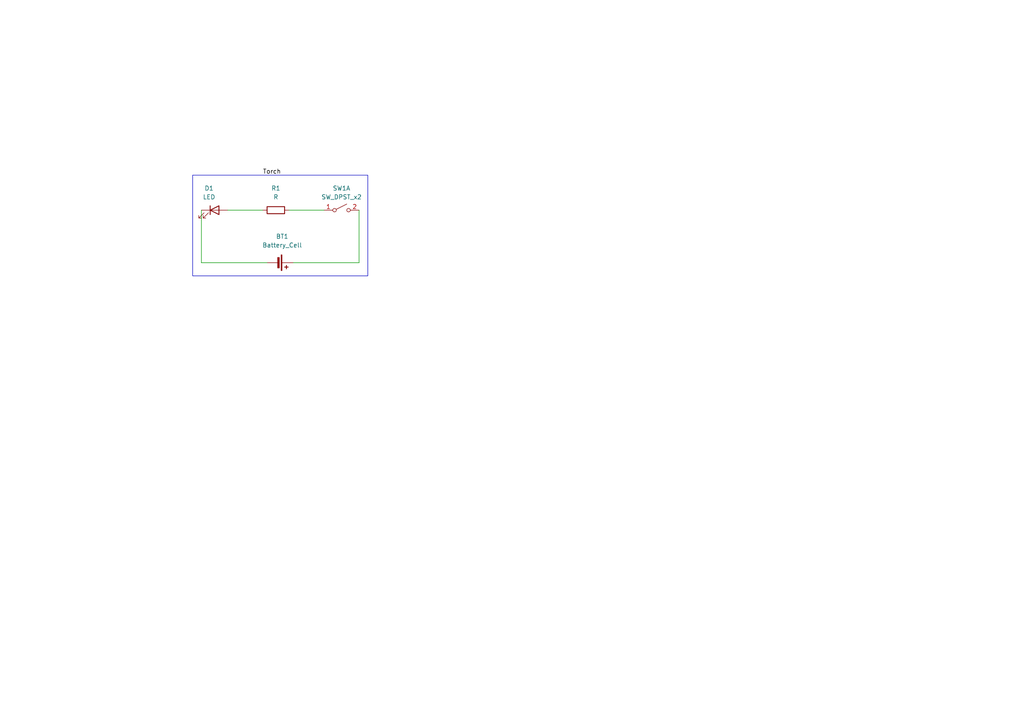
<source format=kicad_sch>
(kicad_sch
	(version 20231120)
	(generator "eeschema")
	(generator_version "8.0")
	(uuid "a7eb9cc8-b5bd-475f-a5c6-c905c91944e2")
	(paper "A4")
	(lib_symbols
		(symbol "Device:Battery_Cell"
			(pin_numbers hide)
			(pin_names
				(offset 0) hide)
			(exclude_from_sim no)
			(in_bom yes)
			(on_board yes)
			(property "Reference" "BT"
				(at 2.54 2.54 0)
				(effects
					(font
						(size 1.27 1.27)
					)
					(justify left)
				)
			)
			(property "Value" "Battery_Cell"
				(at 2.54 0 0)
				(effects
					(font
						(size 1.27 1.27)
					)
					(justify left)
				)
			)
			(property "Footprint" ""
				(at 0 1.524 90)
				(effects
					(font
						(size 1.27 1.27)
					)
					(hide yes)
				)
			)
			(property "Datasheet" "~"
				(at 0 1.524 90)
				(effects
					(font
						(size 1.27 1.27)
					)
					(hide yes)
				)
			)
			(property "Description" "Single-cell battery"
				(at 0 0 0)
				(effects
					(font
						(size 1.27 1.27)
					)
					(hide yes)
				)
			)
			(property "ki_keywords" "battery cell"
				(at 0 0 0)
				(effects
					(font
						(size 1.27 1.27)
					)
					(hide yes)
				)
			)
			(symbol "Battery_Cell_0_1"
				(rectangle
					(start -2.286 1.778)
					(end 2.286 1.524)
					(stroke
						(width 0)
						(type default)
					)
					(fill
						(type outline)
					)
				)
				(rectangle
					(start -1.524 1.016)
					(end 1.524 0.508)
					(stroke
						(width 0)
						(type default)
					)
					(fill
						(type outline)
					)
				)
				(polyline
					(pts
						(xy 0 0.762) (xy 0 0)
					)
					(stroke
						(width 0)
						(type default)
					)
					(fill
						(type none)
					)
				)
				(polyline
					(pts
						(xy 0 1.778) (xy 0 2.54)
					)
					(stroke
						(width 0)
						(type default)
					)
					(fill
						(type none)
					)
				)
				(polyline
					(pts
						(xy 0.762 3.048) (xy 1.778 3.048)
					)
					(stroke
						(width 0.254)
						(type default)
					)
					(fill
						(type none)
					)
				)
				(polyline
					(pts
						(xy 1.27 3.556) (xy 1.27 2.54)
					)
					(stroke
						(width 0.254)
						(type default)
					)
					(fill
						(type none)
					)
				)
			)
			(symbol "Battery_Cell_1_1"
				(pin passive line
					(at 0 5.08 270)
					(length 2.54)
					(name "+"
						(effects
							(font
								(size 1.27 1.27)
							)
						)
					)
					(number "1"
						(effects
							(font
								(size 1.27 1.27)
							)
						)
					)
				)
				(pin passive line
					(at 0 -2.54 90)
					(length 2.54)
					(name "-"
						(effects
							(font
								(size 1.27 1.27)
							)
						)
					)
					(number "2"
						(effects
							(font
								(size 1.27 1.27)
							)
						)
					)
				)
			)
		)
		(symbol "Device:LED"
			(pin_numbers hide)
			(pin_names
				(offset 1.016) hide)
			(exclude_from_sim no)
			(in_bom yes)
			(on_board yes)
			(property "Reference" "D"
				(at 0 2.54 0)
				(effects
					(font
						(size 1.27 1.27)
					)
				)
			)
			(property "Value" "LED"
				(at 0 -2.54 0)
				(effects
					(font
						(size 1.27 1.27)
					)
				)
			)
			(property "Footprint" ""
				(at 0 0 0)
				(effects
					(font
						(size 1.27 1.27)
					)
					(hide yes)
				)
			)
			(property "Datasheet" "~"
				(at 0 0 0)
				(effects
					(font
						(size 1.27 1.27)
					)
					(hide yes)
				)
			)
			(property "Description" "Light emitting diode"
				(at 0 0 0)
				(effects
					(font
						(size 1.27 1.27)
					)
					(hide yes)
				)
			)
			(property "ki_keywords" "LED diode"
				(at 0 0 0)
				(effects
					(font
						(size 1.27 1.27)
					)
					(hide yes)
				)
			)
			(property "ki_fp_filters" "LED* LED_SMD:* LED_THT:*"
				(at 0 0 0)
				(effects
					(font
						(size 1.27 1.27)
					)
					(hide yes)
				)
			)
			(symbol "LED_0_1"
				(polyline
					(pts
						(xy -1.27 -1.27) (xy -1.27 1.27)
					)
					(stroke
						(width 0.254)
						(type default)
					)
					(fill
						(type none)
					)
				)
				(polyline
					(pts
						(xy -1.27 0) (xy 1.27 0)
					)
					(stroke
						(width 0)
						(type default)
					)
					(fill
						(type none)
					)
				)
				(polyline
					(pts
						(xy 1.27 -1.27) (xy 1.27 1.27) (xy -1.27 0) (xy 1.27 -1.27)
					)
					(stroke
						(width 0.254)
						(type default)
					)
					(fill
						(type none)
					)
				)
				(polyline
					(pts
						(xy -3.048 -0.762) (xy -4.572 -2.286) (xy -3.81 -2.286) (xy -4.572 -2.286) (xy -4.572 -1.524)
					)
					(stroke
						(width 0)
						(type default)
					)
					(fill
						(type none)
					)
				)
				(polyline
					(pts
						(xy -1.778 -0.762) (xy -3.302 -2.286) (xy -2.54 -2.286) (xy -3.302 -2.286) (xy -3.302 -1.524)
					)
					(stroke
						(width 0)
						(type default)
					)
					(fill
						(type none)
					)
				)
			)
			(symbol "LED_1_1"
				(pin passive line
					(at -3.81 0 0)
					(length 2.54)
					(name "K"
						(effects
							(font
								(size 1.27 1.27)
							)
						)
					)
					(number "1"
						(effects
							(font
								(size 1.27 1.27)
							)
						)
					)
				)
				(pin passive line
					(at 3.81 0 180)
					(length 2.54)
					(name "A"
						(effects
							(font
								(size 1.27 1.27)
							)
						)
					)
					(number "2"
						(effects
							(font
								(size 1.27 1.27)
							)
						)
					)
				)
			)
		)
		(symbol "Device:R"
			(pin_numbers hide)
			(pin_names
				(offset 0)
			)
			(exclude_from_sim no)
			(in_bom yes)
			(on_board yes)
			(property "Reference" "R"
				(at 2.032 0 90)
				(effects
					(font
						(size 1.27 1.27)
					)
				)
			)
			(property "Value" "R"
				(at 0 0 90)
				(effects
					(font
						(size 1.27 1.27)
					)
				)
			)
			(property "Footprint" ""
				(at -1.778 0 90)
				(effects
					(font
						(size 1.27 1.27)
					)
					(hide yes)
				)
			)
			(property "Datasheet" "~"
				(at 0 0 0)
				(effects
					(font
						(size 1.27 1.27)
					)
					(hide yes)
				)
			)
			(property "Description" "Resistor"
				(at 0 0 0)
				(effects
					(font
						(size 1.27 1.27)
					)
					(hide yes)
				)
			)
			(property "ki_keywords" "R res resistor"
				(at 0 0 0)
				(effects
					(font
						(size 1.27 1.27)
					)
					(hide yes)
				)
			)
			(property "ki_fp_filters" "R_*"
				(at 0 0 0)
				(effects
					(font
						(size 1.27 1.27)
					)
					(hide yes)
				)
			)
			(symbol "R_0_1"
				(rectangle
					(start -1.016 -2.54)
					(end 1.016 2.54)
					(stroke
						(width 0.254)
						(type default)
					)
					(fill
						(type none)
					)
				)
			)
			(symbol "R_1_1"
				(pin passive line
					(at 0 3.81 270)
					(length 1.27)
					(name "~"
						(effects
							(font
								(size 1.27 1.27)
							)
						)
					)
					(number "1"
						(effects
							(font
								(size 1.27 1.27)
							)
						)
					)
				)
				(pin passive line
					(at 0 -3.81 90)
					(length 1.27)
					(name "~"
						(effects
							(font
								(size 1.27 1.27)
							)
						)
					)
					(number "2"
						(effects
							(font
								(size 1.27 1.27)
							)
						)
					)
				)
			)
		)
		(symbol "Switch:SW_DPST_x2"
			(pin_names
				(offset 0) hide)
			(exclude_from_sim no)
			(in_bom yes)
			(on_board yes)
			(property "Reference" "SW"
				(at 0 3.175 0)
				(effects
					(font
						(size 1.27 1.27)
					)
				)
			)
			(property "Value" "SW_DPST_x2"
				(at 0 -2.54 0)
				(effects
					(font
						(size 1.27 1.27)
					)
				)
			)
			(property "Footprint" ""
				(at 0 0 0)
				(effects
					(font
						(size 1.27 1.27)
					)
					(hide yes)
				)
			)
			(property "Datasheet" "~"
				(at 0 0 0)
				(effects
					(font
						(size 1.27 1.27)
					)
					(hide yes)
				)
			)
			(property "Description" "Single Pole Single Throw (SPST) switch, separate symbol"
				(at 0 0 0)
				(effects
					(font
						(size 1.27 1.27)
					)
					(hide yes)
				)
			)
			(property "ki_keywords" "switch lever"
				(at 0 0 0)
				(effects
					(font
						(size 1.27 1.27)
					)
					(hide yes)
				)
			)
			(symbol "SW_DPST_x2_0_0"
				(circle
					(center -2.032 0)
					(radius 0.508)
					(stroke
						(width 0)
						(type default)
					)
					(fill
						(type none)
					)
				)
				(polyline
					(pts
						(xy -1.524 0.254) (xy 1.524 1.778)
					)
					(stroke
						(width 0)
						(type default)
					)
					(fill
						(type none)
					)
				)
				(circle
					(center 2.032 0)
					(radius 0.508)
					(stroke
						(width 0)
						(type default)
					)
					(fill
						(type none)
					)
				)
			)
			(symbol "SW_DPST_x2_1_1"
				(pin passive line
					(at -5.08 0 0)
					(length 2.54)
					(name "A"
						(effects
							(font
								(size 1.27 1.27)
							)
						)
					)
					(number "1"
						(effects
							(font
								(size 1.27 1.27)
							)
						)
					)
				)
				(pin passive line
					(at 5.08 0 180)
					(length 2.54)
					(name "B"
						(effects
							(font
								(size 1.27 1.27)
							)
						)
					)
					(number "2"
						(effects
							(font
								(size 1.27 1.27)
							)
						)
					)
				)
			)
			(symbol "SW_DPST_x2_2_1"
				(pin passive line
					(at -5.08 0 0)
					(length 2.54)
					(name "A"
						(effects
							(font
								(size 1.27 1.27)
							)
						)
					)
					(number "3"
						(effects
							(font
								(size 1.27 1.27)
							)
						)
					)
				)
				(pin passive line
					(at 5.08 0 180)
					(length 2.54)
					(name "B"
						(effects
							(font
								(size 1.27 1.27)
							)
						)
					)
					(number "4"
						(effects
							(font
								(size 1.27 1.27)
							)
						)
					)
				)
			)
		)
	)
	(wire
		(pts
			(xy 83.82 60.96) (xy 93.98 60.96)
		)
		(stroke
			(width 0)
			(type default)
		)
		(uuid "121f30d5-2145-4017-9179-39f088725e47")
	)
	(wire
		(pts
			(xy 58.42 60.96) (xy 58.42 76.2)
		)
		(stroke
			(width 0)
			(type default)
		)
		(uuid "33b65e05-126e-4929-ac26-f36ebbef5328")
	)
	(wire
		(pts
			(xy 104.14 76.2) (xy 85.09 76.2)
		)
		(stroke
			(width 0)
			(type default)
		)
		(uuid "47e467ed-1fa6-4f52-99b3-59a0b3ce830a")
	)
	(wire
		(pts
			(xy 66.04 60.96) (xy 76.2 60.96)
		)
		(stroke
			(width 0)
			(type default)
		)
		(uuid "b58fcf9d-f4f7-4474-8bb4-43b4b04625b2")
	)
	(wire
		(pts
			(xy 104.14 60.96) (xy 104.14 76.2)
		)
		(stroke
			(width 0)
			(type default)
		)
		(uuid "bce92f22-8cad-43f1-bcbd-4a760a245ea2")
	)
	(wire
		(pts
			(xy 58.42 76.2) (xy 77.47 76.2)
		)
		(stroke
			(width 0)
			(type default)
		)
		(uuid "ed5c043e-73f4-4ec2-81a0-6d92a7ed06f7")
	)
	(rectangle
		(start 55.88 50.8)
		(end 106.68 80.01)
		(stroke
			(width 0)
			(type default)
		)
		(fill
			(type none)
		)
		(uuid cf04c6c1-9246-4fc9-8812-a675c8420cad)
	)
	(label "Torch"
		(at 76.2 50.8 0)
		(fields_autoplaced yes)
		(effects
			(font
				(size 1.27 1.27)
			)
			(justify left bottom)
		)
		(uuid "ebbd52d5-fb83-45ea-81a4-16192411db64")
	)
	(symbol
		(lib_id "Device:Battery_Cell")
		(at 80.01 76.2 270)
		(unit 1)
		(exclude_from_sim no)
		(in_bom yes)
		(on_board yes)
		(dnp no)
		(fields_autoplaced yes)
		(uuid "168b7550-35d3-4f78-a04f-d4c9be3c0810")
		(property "Reference" "BT1"
			(at 81.8515 68.58 90)
			(effects
				(font
					(size 1.27 1.27)
				)
			)
		)
		(property "Value" "Battery_Cell"
			(at 81.8515 71.12 90)
			(effects
				(font
					(size 1.27 1.27)
				)
			)
		)
		(property "Footprint" "Battery:BatteryHolder_Keystone_1058_1x2032"
			(at 81.534 76.2 90)
			(effects
				(font
					(size 1.27 1.27)
				)
				(hide yes)
			)
		)
		(property "Datasheet" "~"
			(at 81.534 76.2 90)
			(effects
				(font
					(size 1.27 1.27)
				)
				(hide yes)
			)
		)
		(property "Description" "Single-cell battery"
			(at 80.01 76.2 0)
			(effects
				(font
					(size 1.27 1.27)
				)
				(hide yes)
			)
		)
		(pin "1"
			(uuid "49759038-a815-4c6c-930c-b87cc5f89db0")
		)
		(pin "2"
			(uuid "d2a039a1-32da-41b6-99c6-3533a0a35b68")
		)
		(instances
			(project ""
				(path "/a7eb9cc8-b5bd-475f-a5c6-c905c91944e2"
					(reference "BT1")
					(unit 1)
				)
			)
		)
	)
	(symbol
		(lib_id "Device:LED")
		(at 62.23 60.96 0)
		(unit 1)
		(exclude_from_sim no)
		(in_bom yes)
		(on_board yes)
		(dnp no)
		(fields_autoplaced yes)
		(uuid "3b91a1f5-fb0e-4683-8c31-593905061710")
		(property "Reference" "D1"
			(at 60.6425 54.61 0)
			(effects
				(font
					(size 1.27 1.27)
				)
			)
		)
		(property "Value" "LED"
			(at 60.6425 57.15 0)
			(effects
				(font
					(size 1.27 1.27)
				)
			)
		)
		(property "Footprint" "LED_THT:LED_D5.0mm"
			(at 62.23 60.96 0)
			(effects
				(font
					(size 1.27 1.27)
				)
				(hide yes)
			)
		)
		(property "Datasheet" "~"
			(at 62.23 60.96 0)
			(effects
				(font
					(size 1.27 1.27)
				)
				(hide yes)
			)
		)
		(property "Description" "Light emitting diode"
			(at 62.23 60.96 0)
			(effects
				(font
					(size 1.27 1.27)
				)
				(hide yes)
			)
		)
		(pin "2"
			(uuid "d35f76c5-e303-4ac0-a9f7-8faf881671f8")
		)
		(pin "1"
			(uuid "ca3d83cc-3aa0-45aa-9dc2-d662cc999b9b")
		)
		(instances
			(project ""
				(path "/a7eb9cc8-b5bd-475f-a5c6-c905c91944e2"
					(reference "D1")
					(unit 1)
				)
			)
		)
	)
	(symbol
		(lib_id "Device:R")
		(at 80.01 60.96 270)
		(unit 1)
		(exclude_from_sim no)
		(in_bom yes)
		(on_board yes)
		(dnp no)
		(fields_autoplaced yes)
		(uuid "3c33d8de-0b21-4b8c-aa8a-c6b6f5d45958")
		(property "Reference" "R1"
			(at 80.01 54.61 90)
			(effects
				(font
					(size 1.27 1.27)
				)
			)
		)
		(property "Value" "R"
			(at 80.01 57.15 90)
			(effects
				(font
					(size 1.27 1.27)
				)
			)
		)
		(property "Footprint" "Resistor_THT:R_Axial_DIN0204_L3.6mm_D1.6mm_P5.08mm_Horizontal"
			(at 80.01 59.182 90)
			(effects
				(font
					(size 1.27 1.27)
				)
				(hide yes)
			)
		)
		(property "Datasheet" "~"
			(at 80.01 60.96 0)
			(effects
				(font
					(size 1.27 1.27)
				)
				(hide yes)
			)
		)
		(property "Description" "Resistor"
			(at 80.01 60.96 0)
			(effects
				(font
					(size 1.27 1.27)
				)
				(hide yes)
			)
		)
		(pin "1"
			(uuid "d63cd624-349d-46e5-8d2c-c5caae814932")
		)
		(pin "2"
			(uuid "c58517c1-e203-4254-b683-ae4280959279")
		)
		(instances
			(project ""
				(path "/a7eb9cc8-b5bd-475f-a5c6-c905c91944e2"
					(reference "R1")
					(unit 1)
				)
			)
		)
	)
	(symbol
		(lib_id "Switch:SW_DPST_x2")
		(at 99.06 60.96 0)
		(unit 1)
		(exclude_from_sim no)
		(in_bom yes)
		(on_board yes)
		(dnp no)
		(fields_autoplaced yes)
		(uuid "f9c7e9b5-bb78-48de-83ba-f5f5bde73b59")
		(property "Reference" "SW1"
			(at 99.06 54.61 0)
			(effects
				(font
					(size 1.27 1.27)
				)
			)
		)
		(property "Value" "SW_DPST_x2"
			(at 99.06 57.15 0)
			(effects
				(font
					(size 1.27 1.27)
				)
			)
		)
		(property "Footprint" "Button_Switch_THT:SW_TH_Tactile_Omron_B3F-10xx"
			(at 99.06 60.96 0)
			(effects
				(font
					(size 1.27 1.27)
				)
				(hide yes)
			)
		)
		(property "Datasheet" "~"
			(at 99.06 60.96 0)
			(effects
				(font
					(size 1.27 1.27)
				)
				(hide yes)
			)
		)
		(property "Description" "Single Pole Single Throw (SPST) switch, separate symbol"
			(at 99.06 60.96 0)
			(effects
				(font
					(size 1.27 1.27)
				)
				(hide yes)
			)
		)
		(pin "2"
			(uuid "3a5bd7aa-f257-4aae-822f-1e9dbd764c10")
		)
		(pin "3"
			(uuid "0f898665-25ea-4353-bd5e-e41bbedf92b3")
		)
		(pin "4"
			(uuid "f4b32570-ee27-4fef-8cd6-bbb309e5de14")
		)
		(pin "1"
			(uuid "f364bc43-a026-4cb6-acbb-767b7e6efb4a")
		)
		(instances
			(project ""
				(path "/a7eb9cc8-b5bd-475f-a5c6-c905c91944e2"
					(reference "SW1")
					(unit 1)
				)
			)
		)
	)
	(sheet_instances
		(path "/"
			(page "1")
		)
	)
)

</source>
